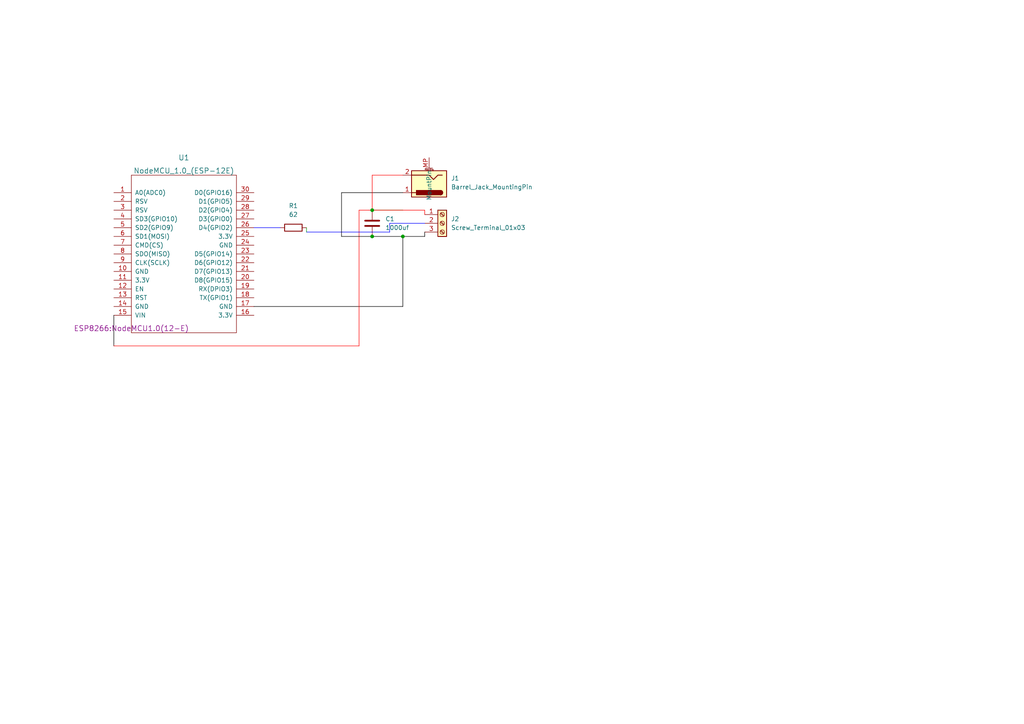
<source format=kicad_sch>
(kicad_sch (version 20211123) (generator eeschema)
  (paper "A4")
  (lib_symbols
    (symbol "Connector:Barrel_Jack_MountingPin"
      (property "Reference" "J" (at 0 5.334 0))
      (property "Value" "Barrel_Jack_MountingPin" (at 1.27 -6.35 0))
      (symbol "Barrel_Jack_MountingPin_0_1"
        (rectangle (start -5.08 3.81) (end 5.08 -3.81) (stroke (width 0.254)) (fill (type background)))
        (arc (start -3.302 3.175) (mid -3.937 2.54) (end -3.302 1.905) (stroke (width 0.254)))
        (arc (start -3.302 3.175) (mid -3.937 2.54) (end -3.302 1.905) (stroke (width 0.254)) (fill (type outline)))
        (polyline (pts (xy 5.08 2.54) (xy 3.81 2.54)) (stroke (width 0.254)))
        (polyline (pts (xy -3.81 -2.54) (xy -2.54 -2.54) (xy -1.27 -1.27) (xy 0 -2.54) (xy 2.54 -2.54) (xy 5.08 -2.54)) (stroke (width 0.254)))
        (rectangle (start 3.683 3.175) (end -3.302 1.905) (stroke (width 0.254)) (fill (type outline)))
      )
      (symbol "Barrel_Jack_MountingPin_1_1"
        (polyline (pts (xy -1.016 -4.572) (xy 1.016 -4.572)) (stroke (width 0.1524)))
        (text "Mounting" (at 0 -4.191 0) (effects (font (size 0.381 0.381))))
        (pin passive line (at 7.62 2.54 180) (length 2.54) (name "~") (number "1"))
        (pin passive line (at 7.62 -2.54 180) (length 2.54) (name "~") (number "2"))
        (pin passive line (at 0 -7.62 90) (length 3.048) (name "MountPin") (number "MP"))
      )
    )
    (symbol "Connector:Screw_Terminal_01x03" (pin_names (offset 1.016) hide)
      (property "Reference" "J" (at 0 5.08 0))
      (property "Value" "Screw_Terminal_01x03" (at 0 -5.08 0))
      (symbol "Screw_Terminal_01x03_1_1"
        (rectangle (start -1.27 3.81) (end 1.27 -3.81) (stroke (width 0.254)) (fill (type background)))
        (circle (center 0 -2.54) (radius 0.635) (stroke (width 0.1524)))
        (polyline (pts (xy -0.5334 -2.2098) (xy 0.3302 -3.048)) (stroke (width 0.1524)))
        (polyline (pts (xy -0.5334 0.3302) (xy 0.3302 -0.508)) (stroke (width 0.1524)))
        (polyline (pts (xy -0.5334 2.8702) (xy 0.3302 2.032)) (stroke (width 0.1524)))
        (polyline (pts (xy -0.3556 -2.032) (xy 0.508 -2.8702)) (stroke (width 0.1524)))
        (polyline (pts (xy -0.3556 0.508) (xy 0.508 -0.3302)) (stroke (width 0.1524)))
        (polyline (pts (xy -0.3556 3.048) (xy 0.508 2.2098)) (stroke (width 0.1524)))
        (circle (center 0 0) (radius 0.635) (stroke (width 0.1524)))
        (circle (center 0 2.54) (radius 0.635) (stroke (width 0.1524)))
        (pin passive line (at -5.08 2.54 0) (length 3.81) (name "Pin_1") (number "1"))
        (pin passive line (at -5.08 0 0) (length 3.81) (name "Pin_2") (number "2"))
        (pin passive line (at -5.08 -2.54 0) (length 3.81) (name "Pin_3") (number "3"))
      )
    )
    (symbol "Device:C" (pin_numbers hide) (pin_names (offset 0.254))
      (property "Reference" "C" (at 0.635 2.54 0))
      (property "Value" "C" (at 0.635 -2.54 0))
      (symbol "C_0_1"
        (polyline (pts (xy -2.032 -0.762) (xy 2.032 -0.762)) (stroke (width 0.508)))
        (polyline (pts (xy -2.032 0.762) (xy 2.032 0.762)) (stroke (width 0.508)))
      )
      (symbol "C_1_1"
        (pin passive line (at 0 3.81 270) (length 2.794) (name "~") (number "1"))
        (pin passive line (at 0 -3.81 90) (length 2.794) (name "~") (number "2"))
      )
    )
    (symbol "Device:R" (pin_numbers hide) (pin_names (offset 0))
      (property "Reference" "R" (at 2.032 0 90))
      (property "Value" "R" (at 0 0 90))
      (symbol "R_0_1"
        (rectangle (start -1.016 -2.54) (end 1.016 2.54) (stroke (width 0.254)))
      )
      (symbol "R_1_1"
        (pin passive line (at 0 3.81 270) (length 1.27) (name "~") (number "1"))
        (pin passive line (at 0 -3.81 90) (length 1.27) (name "~") (number "2"))
      )
    )
    (symbol "ESP8266:NodeMCU_1.0_(ESP-12E)" (pin_names (offset 1.016))
      (property "Reference" "U" (at 0 21.59 0))
      (property "Value" "NodeMCU_1.0_(ESP-12E)" (at 0 -21.59 0))
      (symbol "NodeMCU_1.0_(ESP-12E)_0_1"
        (rectangle (start -15.24 -22.86) (end 15.24 22.86))
      )
      (symbol "NodeMCU_1.0_(ESP-12E)_1_1"
        (pin input line (at -20.32 17.78 0) (length 5.08) (name "A0(ADC0)") (number "1"))
        (pin input line (at -20.32 -5.08 0) (length 5.08) (name "GND") (number "10"))
        (pin power_out line (at -20.32 -7.62 0) (length 5.08) (name "3.3V") (number "11"))
        (pin input line (at -20.32 -10.16 0) (length 5.08) (name "EN") (number "12"))
        (pin input line (at -20.32 -12.7 0) (length 5.08) (name "RST") (number "13"))
        (pin power_in line (at -20.32 -15.24 0) (length 5.08) (name "GND") (number "14"))
        (pin power_in line (at -20.32 -17.78 0) (length 5.08) (name "VIN") (number "15"))
        (pin power_out line (at 20.32 -17.78 180) (length 5.08) (name "3.3V") (number "16"))
        (pin power_in line (at 20.32 -15.24 180) (length 5.08) (name "GND") (number "17"))
        (pin bidirectional line (at 20.32 -12.7 180) (length 5.08) (name "TX(GPIO1)") (number "18"))
        (pin bidirectional line (at 20.32 -10.16 180) (length 5.08) (name "RX(DPIO3)") (number "19"))
        (pin input line (at -20.32 15.24 0) (length 5.08) (name "RSV") (number "2"))
        (pin bidirectional line (at 20.32 -7.62 180) (length 5.08) (name "D8(GPIO15)") (number "20"))
        (pin bidirectional line (at 20.32 -5.08 180) (length 5.08) (name "D7(GPIO13)") (number "21"))
        (pin bidirectional line (at 20.32 -2.54 180) (length 5.08) (name "D6(GPIO12)") (number "22"))
        (pin bidirectional line (at 20.32 0 180) (length 5.08) (name "D5(GPIO14)") (number "23"))
        (pin power_in line (at 20.32 2.54 180) (length 5.08) (name "GND") (number "24"))
        (pin power_out line (at 20.32 5.08 180) (length 5.08) (name "3.3V") (number "25"))
        (pin bidirectional line (at 20.32 7.62 180) (length 5.08) (name "D4(GPIO2)") (number "26"))
        (pin bidirectional line (at 20.32 10.16 180) (length 5.08) (name "D3(GPIO0)") (number "27"))
        (pin bidirectional line (at 20.32 12.7 180) (length 5.08) (name "D2(GPIO4)") (number "28"))
        (pin bidirectional line (at 20.32 15.24 180) (length 5.08) (name "D1(GPIO5)") (number "29"))
        (pin input line (at -20.32 12.7 0) (length 5.08) (name "RSV") (number "3"))
        (pin bidirectional line (at 20.32 17.78 180) (length 5.08) (name "D0(GPIO16)") (number "30"))
        (pin bidirectional line (at -20.32 10.16 0) (length 5.08) (name "SD3(GPIO10)") (number "4"))
        (pin bidirectional line (at -20.32 7.62 0) (length 5.08) (name "SD2(GPIO9)") (number "5"))
        (pin bidirectional line (at -20.32 5.08 0) (length 5.08) (name "SD1(MOSI)") (number "6"))
        (pin bidirectional line (at -20.32 2.54 0) (length 5.08) (name "CMD(CS)") (number "7"))
        (pin bidirectional line (at -20.32 0 0) (length 5.08) (name "SDO(MISO)") (number "8"))
        (pin bidirectional line (at -20.32 -2.54 0) (length 5.08) (name "CLK(SCLK)") (number "9"))
      )
    )
  )
  (junction (at 116.84 68.58))
  (junction (at 107.95 60.96))
  (junction (at 107.95 68.58))
  (wire (pts (xy 113.03 67.31) (xy 113.03 64.77)) (stroke (width 0) (color 0 0 255 1)))
  (wire (pts (xy 33.02 91.44) (xy 33.02 100.33)) (stroke (width 0) (color 0 0 0 1)))
  (wire (pts (xy 107.95 60.96) (xy 116.84 60.96)) (stroke (width 0) (color 255 0 0 1)))
  (wire (pts (xy 88.9 67.31) (xy 113.03 67.31)) (stroke (width 0) (color 0 0 255 1)))
  (wire (pts (xy 104.14 100.33) (xy 104.14 60.96)) (stroke (width 0) (color 255 0 0 1)))
  (wire (pts (xy 123.19 60.96) (xy 123.19 62.23)) (stroke (width 0) (color 255 0 0 1)))
  (wire (pts (xy 99.06 55.88) (xy 99.06 68.58)) (stroke (width 0) (color 0 0 0 1)))
  (wire (pts (xy 107.95 50.8) (xy 107.95 60.96)) (stroke (width 0) (color 255 0 0 1)))
  (wire (pts (xy 104.14 60.96) (xy 107.95 60.96)) (stroke (width 0) (color 255 0 0 1)))
  (wire (pts (xy 73.66 88.9) (xy 116.84 88.9)) (stroke (width 0) (color 0 0 0 1)))
  (wire (pts (xy 113.03 64.77) (xy 123.19 64.77)) (stroke (width 0) (color 0 0 255 1)))
  (wire (pts (xy 116.84 50.8) (xy 107.95 50.8)) (stroke (width 0) (color 255 0 0 1)))
  (wire (pts (xy 107.95 60.96) (xy 116.84 60.96)))
  (wire (pts (xy 99.06 68.58) (xy 107.95 68.58)) (stroke (width 0) (color 0 0 0 1)))
  (wire (pts (xy 116.84 88.9) (xy 116.84 68.58)) (stroke (width 0) (color 0 0 0 1)))
  (wire (pts (xy 88.9 67.31) (xy 88.9 66.04)))
  (wire (pts (xy 123.19 67.31) (xy 123.19 68.58)) (stroke (width 0) (color 0 0 0 1)))
  (wire (pts (xy 73.66 66.04) (xy 81.28 66.04)) (stroke (width 0) (color 0 0 255 1)))
  (wire (pts (xy 33.02 100.33) (xy 104.14 100.33)) (stroke (width 0) (color 255 0 0 1)))
  (wire (pts (xy 123.19 68.58) (xy 116.84 68.58)) (stroke (width 0) (color 0 0 0 1)))
  (wire (pts (xy 116.84 60.96) (xy 123.19 60.96)) (stroke (width 0) (color 255 0 0 1)))
  (wire (pts (xy 107.95 68.58) (xy 116.84 68.58)) (stroke (width 0) (color 0 0 0 1)))
  (wire (pts (xy 116.84 55.88) (xy 99.06 55.88)) (stroke (width 0) (color 0 0 0 1)))
  (symbol (lib_id "ESP8266:NodeMCU_1.0_(ESP-12E)") (at 53.34 73.66 0) (unit 1)
    (property "Reference" "U1" (at 53.34 45.72 0) (effects (font (size 1.524 1.524))))
    (property "Value" "NodeMCU_1.0_(ESP-12E)" (at 53.34 49.53 0) (effects (font (size 1.524 1.524))))
    (property "Footprint" "ESP8266:NodeMCU1.0(12-E)" (at 38.1 95.25 0) (effects (font (size 1.524 1.524))))
  )
  (symbol (lib_id "Connector:Screw_Terminal_01x03") (at 128.27 64.77 0) (unit 1)
    (property "Reference" "J2" (at 130.81 63.4999 0) (effects (justify left)))
    (property "Value" "Screw_Terminal_01x03" (at 130.81 66.0399 0) (effects (justify left)))
    (property "Footprint" "TerminalBlock:TerminalBlock_bornier-3_P5.08mm" (effects hide))
  )
  (symbol (lib_id "Device:C") (at 107.95 64.77 0) (unit 1)
    (property "Reference" "C1" (at 111.76 63.4999 0) (effects (justify left)))
    (property "Value" "1000uf" (at 111.76 66.0399 0) (effects (justify left)))
    (property "Footprint" "Capacitor_THT:CP_Radial_D10.0mm_P5.00mm" (effects hide))
  )
  (symbol (lib_id "Device:R") (at 85.09 66.04 90) (unit 1)
    (property "Reference" "R1" (at 85.09 59.69 90))
    (property "Value" "62" (at 85.09 62.23 90))
    (property "Footprint" "Resistor_THT:R_Axial_DIN0207_L6.3mm_D2.5mm_P10.16mm_Horizontal" (effects hide))
  )
  (symbol (lib_id "Connector:Barrel_Jack_MountingPin") (at 124.46 53.34 180) (unit 1)
    (property "Reference" "J1" (at 130.81 51.7143 0) (effects (justify right)))
    (property "Value" "Barrel_Jack_MountingPin" (at 130.81 54.2543 0) (effects (justify right)))
    (property "Footprint" "Connector_BarrelJack:BarrelJack_Kycon_KLDX-0202-xC_Horizontal" (effects hide))
  )
)
</source>
